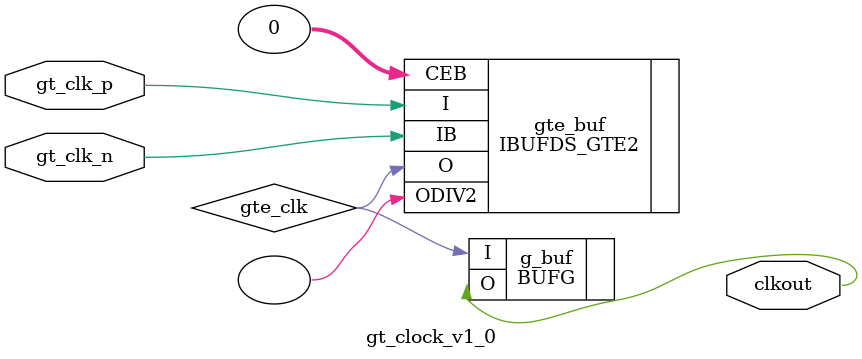
<source format=v>
`timescale 1ns / 1ps

module gt_clock_v1_0
(
	input wire gt_clk_p,
	input wire gt_clk_n,
	output wire clkout
);

wire gte_clk;

IBUFDS_GTE2 gte_buf
(
	.O(gte_clk),
	.ODIV2(),
	.CEB(0),
	.I(gt_clk_p),
	.IB(gt_clk_n)
);

BUFG g_buf
(
	.O(clkout),
	.I(gte_clk)
);


endmodule

</source>
